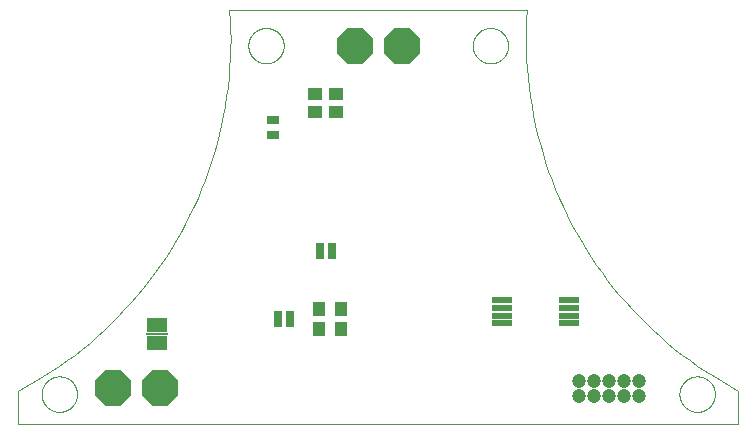
<source format=gbs>
G75*
%MOIN*%
%OFA0B0*%
%FSLAX25Y25*%
%IPPOS*%
%LPD*%
%AMOC8*
5,1,8,0,0,1.08239X$1,22.5*
%
%ADD10C,0.00000*%
%ADD11C,0.00039*%
%ADD12R,0.06581X0.02014*%
%ADD13C,0.04731*%
%ADD14R,0.04337X0.04731*%
%ADD15R,0.02900X0.05400*%
%ADD16R,0.06700X0.05000*%
%ADD17R,0.07200X0.00600*%
%ADD18OC8,0.12211*%
%ADD19R,0.04731X0.04337*%
%ADD20R,0.03943X0.03156*%
D10*
X0032750Y0016500D02*
X0032750Y0027524D01*
X0032750Y0016500D02*
X0272907Y0016500D01*
X0272907Y0027524D01*
X0272907Y0027523D02*
X0270093Y0029042D01*
X0267315Y0030628D01*
X0264577Y0032281D01*
X0261880Y0034000D01*
X0259225Y0035784D01*
X0256614Y0037631D01*
X0254048Y0039541D01*
X0251530Y0041513D01*
X0249060Y0043545D01*
X0246640Y0045636D01*
X0244271Y0047785D01*
X0241954Y0049991D01*
X0239692Y0052252D01*
X0237485Y0054567D01*
X0235335Y0056935D01*
X0233243Y0059354D01*
X0231210Y0061823D01*
X0229237Y0064341D01*
X0227326Y0066905D01*
X0225477Y0069515D01*
X0223692Y0072169D01*
X0221972Y0074866D01*
X0220318Y0077603D01*
X0218730Y0080380D01*
X0217210Y0083194D01*
X0215758Y0086044D01*
X0214376Y0088928D01*
X0213064Y0091845D01*
X0211823Y0094793D01*
X0210654Y0097770D01*
X0209557Y0100775D01*
X0208533Y0103805D01*
X0207582Y0106859D01*
X0206706Y0109935D01*
X0205905Y0113031D01*
X0205179Y0116146D01*
X0204528Y0119278D01*
X0203953Y0122424D01*
X0203455Y0125583D01*
X0203033Y0128754D01*
X0202688Y0131934D01*
X0202420Y0135121D01*
X0202229Y0138314D01*
X0202115Y0141510D01*
X0202079Y0144708D01*
X0202120Y0147906D01*
X0202239Y0151103D01*
X0202435Y0154295D01*
X0103222Y0154295D01*
X0103223Y0154295D02*
X0103419Y0151103D01*
X0103538Y0147906D01*
X0103579Y0144708D01*
X0103543Y0141510D01*
X0103429Y0138314D01*
X0103238Y0135121D01*
X0102970Y0131934D01*
X0102625Y0128754D01*
X0102203Y0125583D01*
X0101705Y0122424D01*
X0101130Y0119278D01*
X0100479Y0116146D01*
X0099753Y0113031D01*
X0098952Y0109935D01*
X0098076Y0106859D01*
X0097125Y0103805D01*
X0096101Y0100775D01*
X0095004Y0097770D01*
X0093835Y0094793D01*
X0092594Y0091845D01*
X0091282Y0088928D01*
X0089900Y0086044D01*
X0088448Y0083194D01*
X0086928Y0080380D01*
X0085340Y0077603D01*
X0083686Y0074866D01*
X0081966Y0072169D01*
X0080181Y0069515D01*
X0078332Y0066905D01*
X0076421Y0064341D01*
X0074448Y0061823D01*
X0072415Y0059354D01*
X0070323Y0056935D01*
X0068173Y0054567D01*
X0065966Y0052252D01*
X0063704Y0049991D01*
X0061387Y0047785D01*
X0059018Y0045636D01*
X0056598Y0043545D01*
X0054128Y0041513D01*
X0051610Y0039541D01*
X0049044Y0037631D01*
X0046433Y0035784D01*
X0043778Y0034000D01*
X0041081Y0032281D01*
X0038343Y0030628D01*
X0035565Y0029042D01*
X0032751Y0027523D01*
D11*
X0040624Y0026343D02*
X0040626Y0026496D01*
X0040632Y0026650D01*
X0040642Y0026803D01*
X0040656Y0026955D01*
X0040674Y0027108D01*
X0040696Y0027259D01*
X0040721Y0027410D01*
X0040751Y0027561D01*
X0040785Y0027711D01*
X0040822Y0027859D01*
X0040863Y0028007D01*
X0040908Y0028153D01*
X0040957Y0028299D01*
X0041010Y0028443D01*
X0041066Y0028585D01*
X0041126Y0028726D01*
X0041190Y0028866D01*
X0041257Y0029004D01*
X0041328Y0029140D01*
X0041403Y0029274D01*
X0041480Y0029406D01*
X0041562Y0029536D01*
X0041646Y0029664D01*
X0041734Y0029790D01*
X0041825Y0029913D01*
X0041919Y0030034D01*
X0042017Y0030152D01*
X0042117Y0030268D01*
X0042221Y0030381D01*
X0042327Y0030492D01*
X0042436Y0030600D01*
X0042548Y0030705D01*
X0042662Y0030806D01*
X0042780Y0030905D01*
X0042899Y0031001D01*
X0043021Y0031094D01*
X0043146Y0031183D01*
X0043273Y0031270D01*
X0043402Y0031352D01*
X0043533Y0031432D01*
X0043666Y0031508D01*
X0043801Y0031581D01*
X0043938Y0031650D01*
X0044077Y0031715D01*
X0044217Y0031777D01*
X0044359Y0031835D01*
X0044502Y0031890D01*
X0044647Y0031941D01*
X0044793Y0031988D01*
X0044940Y0032031D01*
X0045088Y0032070D01*
X0045237Y0032106D01*
X0045387Y0032137D01*
X0045538Y0032165D01*
X0045689Y0032189D01*
X0045842Y0032209D01*
X0045994Y0032225D01*
X0046147Y0032237D01*
X0046300Y0032245D01*
X0046453Y0032249D01*
X0046607Y0032249D01*
X0046760Y0032245D01*
X0046913Y0032237D01*
X0047066Y0032225D01*
X0047218Y0032209D01*
X0047371Y0032189D01*
X0047522Y0032165D01*
X0047673Y0032137D01*
X0047823Y0032106D01*
X0047972Y0032070D01*
X0048120Y0032031D01*
X0048267Y0031988D01*
X0048413Y0031941D01*
X0048558Y0031890D01*
X0048701Y0031835D01*
X0048843Y0031777D01*
X0048983Y0031715D01*
X0049122Y0031650D01*
X0049259Y0031581D01*
X0049394Y0031508D01*
X0049527Y0031432D01*
X0049658Y0031352D01*
X0049787Y0031270D01*
X0049914Y0031183D01*
X0050039Y0031094D01*
X0050161Y0031001D01*
X0050280Y0030905D01*
X0050398Y0030806D01*
X0050512Y0030705D01*
X0050624Y0030600D01*
X0050733Y0030492D01*
X0050839Y0030381D01*
X0050943Y0030268D01*
X0051043Y0030152D01*
X0051141Y0030034D01*
X0051235Y0029913D01*
X0051326Y0029790D01*
X0051414Y0029664D01*
X0051498Y0029536D01*
X0051580Y0029406D01*
X0051657Y0029274D01*
X0051732Y0029140D01*
X0051803Y0029004D01*
X0051870Y0028866D01*
X0051934Y0028726D01*
X0051994Y0028585D01*
X0052050Y0028443D01*
X0052103Y0028299D01*
X0052152Y0028153D01*
X0052197Y0028007D01*
X0052238Y0027859D01*
X0052275Y0027711D01*
X0052309Y0027561D01*
X0052339Y0027410D01*
X0052364Y0027259D01*
X0052386Y0027108D01*
X0052404Y0026955D01*
X0052418Y0026803D01*
X0052428Y0026650D01*
X0052434Y0026496D01*
X0052436Y0026343D01*
X0052434Y0026190D01*
X0052428Y0026036D01*
X0052418Y0025883D01*
X0052404Y0025731D01*
X0052386Y0025578D01*
X0052364Y0025427D01*
X0052339Y0025276D01*
X0052309Y0025125D01*
X0052275Y0024975D01*
X0052238Y0024827D01*
X0052197Y0024679D01*
X0052152Y0024533D01*
X0052103Y0024387D01*
X0052050Y0024243D01*
X0051994Y0024101D01*
X0051934Y0023960D01*
X0051870Y0023820D01*
X0051803Y0023682D01*
X0051732Y0023546D01*
X0051657Y0023412D01*
X0051580Y0023280D01*
X0051498Y0023150D01*
X0051414Y0023022D01*
X0051326Y0022896D01*
X0051235Y0022773D01*
X0051141Y0022652D01*
X0051043Y0022534D01*
X0050943Y0022418D01*
X0050839Y0022305D01*
X0050733Y0022194D01*
X0050624Y0022086D01*
X0050512Y0021981D01*
X0050398Y0021880D01*
X0050280Y0021781D01*
X0050161Y0021685D01*
X0050039Y0021592D01*
X0049914Y0021503D01*
X0049787Y0021416D01*
X0049658Y0021334D01*
X0049527Y0021254D01*
X0049394Y0021178D01*
X0049259Y0021105D01*
X0049122Y0021036D01*
X0048983Y0020971D01*
X0048843Y0020909D01*
X0048701Y0020851D01*
X0048558Y0020796D01*
X0048413Y0020745D01*
X0048267Y0020698D01*
X0048120Y0020655D01*
X0047972Y0020616D01*
X0047823Y0020580D01*
X0047673Y0020549D01*
X0047522Y0020521D01*
X0047371Y0020497D01*
X0047218Y0020477D01*
X0047066Y0020461D01*
X0046913Y0020449D01*
X0046760Y0020441D01*
X0046607Y0020437D01*
X0046453Y0020437D01*
X0046300Y0020441D01*
X0046147Y0020449D01*
X0045994Y0020461D01*
X0045842Y0020477D01*
X0045689Y0020497D01*
X0045538Y0020521D01*
X0045387Y0020549D01*
X0045237Y0020580D01*
X0045088Y0020616D01*
X0044940Y0020655D01*
X0044793Y0020698D01*
X0044647Y0020745D01*
X0044502Y0020796D01*
X0044359Y0020851D01*
X0044217Y0020909D01*
X0044077Y0020971D01*
X0043938Y0021036D01*
X0043801Y0021105D01*
X0043666Y0021178D01*
X0043533Y0021254D01*
X0043402Y0021334D01*
X0043273Y0021416D01*
X0043146Y0021503D01*
X0043021Y0021592D01*
X0042899Y0021685D01*
X0042780Y0021781D01*
X0042662Y0021880D01*
X0042548Y0021981D01*
X0042436Y0022086D01*
X0042327Y0022194D01*
X0042221Y0022305D01*
X0042117Y0022418D01*
X0042017Y0022534D01*
X0041919Y0022652D01*
X0041825Y0022773D01*
X0041734Y0022896D01*
X0041646Y0023022D01*
X0041562Y0023150D01*
X0041480Y0023280D01*
X0041403Y0023412D01*
X0041328Y0023546D01*
X0041257Y0023682D01*
X0041190Y0023820D01*
X0041126Y0023960D01*
X0041066Y0024101D01*
X0041010Y0024243D01*
X0040957Y0024387D01*
X0040908Y0024533D01*
X0040863Y0024679D01*
X0040822Y0024827D01*
X0040785Y0024975D01*
X0040751Y0025125D01*
X0040721Y0025276D01*
X0040696Y0025427D01*
X0040674Y0025578D01*
X0040656Y0025731D01*
X0040642Y0025883D01*
X0040632Y0026036D01*
X0040626Y0026190D01*
X0040624Y0026343D01*
X0109521Y0142484D02*
X0109523Y0142637D01*
X0109529Y0142791D01*
X0109539Y0142944D01*
X0109553Y0143096D01*
X0109571Y0143249D01*
X0109593Y0143400D01*
X0109618Y0143551D01*
X0109648Y0143702D01*
X0109682Y0143852D01*
X0109719Y0144000D01*
X0109760Y0144148D01*
X0109805Y0144294D01*
X0109854Y0144440D01*
X0109907Y0144584D01*
X0109963Y0144726D01*
X0110023Y0144867D01*
X0110087Y0145007D01*
X0110154Y0145145D01*
X0110225Y0145281D01*
X0110300Y0145415D01*
X0110377Y0145547D01*
X0110459Y0145677D01*
X0110543Y0145805D01*
X0110631Y0145931D01*
X0110722Y0146054D01*
X0110816Y0146175D01*
X0110914Y0146293D01*
X0111014Y0146409D01*
X0111118Y0146522D01*
X0111224Y0146633D01*
X0111333Y0146741D01*
X0111445Y0146846D01*
X0111559Y0146947D01*
X0111677Y0147046D01*
X0111796Y0147142D01*
X0111918Y0147235D01*
X0112043Y0147324D01*
X0112170Y0147411D01*
X0112299Y0147493D01*
X0112430Y0147573D01*
X0112563Y0147649D01*
X0112698Y0147722D01*
X0112835Y0147791D01*
X0112974Y0147856D01*
X0113114Y0147918D01*
X0113256Y0147976D01*
X0113399Y0148031D01*
X0113544Y0148082D01*
X0113690Y0148129D01*
X0113837Y0148172D01*
X0113985Y0148211D01*
X0114134Y0148247D01*
X0114284Y0148278D01*
X0114435Y0148306D01*
X0114586Y0148330D01*
X0114739Y0148350D01*
X0114891Y0148366D01*
X0115044Y0148378D01*
X0115197Y0148386D01*
X0115350Y0148390D01*
X0115504Y0148390D01*
X0115657Y0148386D01*
X0115810Y0148378D01*
X0115963Y0148366D01*
X0116115Y0148350D01*
X0116268Y0148330D01*
X0116419Y0148306D01*
X0116570Y0148278D01*
X0116720Y0148247D01*
X0116869Y0148211D01*
X0117017Y0148172D01*
X0117164Y0148129D01*
X0117310Y0148082D01*
X0117455Y0148031D01*
X0117598Y0147976D01*
X0117740Y0147918D01*
X0117880Y0147856D01*
X0118019Y0147791D01*
X0118156Y0147722D01*
X0118291Y0147649D01*
X0118424Y0147573D01*
X0118555Y0147493D01*
X0118684Y0147411D01*
X0118811Y0147324D01*
X0118936Y0147235D01*
X0119058Y0147142D01*
X0119177Y0147046D01*
X0119295Y0146947D01*
X0119409Y0146846D01*
X0119521Y0146741D01*
X0119630Y0146633D01*
X0119736Y0146522D01*
X0119840Y0146409D01*
X0119940Y0146293D01*
X0120038Y0146175D01*
X0120132Y0146054D01*
X0120223Y0145931D01*
X0120311Y0145805D01*
X0120395Y0145677D01*
X0120477Y0145547D01*
X0120554Y0145415D01*
X0120629Y0145281D01*
X0120700Y0145145D01*
X0120767Y0145007D01*
X0120831Y0144867D01*
X0120891Y0144726D01*
X0120947Y0144584D01*
X0121000Y0144440D01*
X0121049Y0144294D01*
X0121094Y0144148D01*
X0121135Y0144000D01*
X0121172Y0143852D01*
X0121206Y0143702D01*
X0121236Y0143551D01*
X0121261Y0143400D01*
X0121283Y0143249D01*
X0121301Y0143096D01*
X0121315Y0142944D01*
X0121325Y0142791D01*
X0121331Y0142637D01*
X0121333Y0142484D01*
X0121331Y0142331D01*
X0121325Y0142177D01*
X0121315Y0142024D01*
X0121301Y0141872D01*
X0121283Y0141719D01*
X0121261Y0141568D01*
X0121236Y0141417D01*
X0121206Y0141266D01*
X0121172Y0141116D01*
X0121135Y0140968D01*
X0121094Y0140820D01*
X0121049Y0140674D01*
X0121000Y0140528D01*
X0120947Y0140384D01*
X0120891Y0140242D01*
X0120831Y0140101D01*
X0120767Y0139961D01*
X0120700Y0139823D01*
X0120629Y0139687D01*
X0120554Y0139553D01*
X0120477Y0139421D01*
X0120395Y0139291D01*
X0120311Y0139163D01*
X0120223Y0139037D01*
X0120132Y0138914D01*
X0120038Y0138793D01*
X0119940Y0138675D01*
X0119840Y0138559D01*
X0119736Y0138446D01*
X0119630Y0138335D01*
X0119521Y0138227D01*
X0119409Y0138122D01*
X0119295Y0138021D01*
X0119177Y0137922D01*
X0119058Y0137826D01*
X0118936Y0137733D01*
X0118811Y0137644D01*
X0118684Y0137557D01*
X0118555Y0137475D01*
X0118424Y0137395D01*
X0118291Y0137319D01*
X0118156Y0137246D01*
X0118019Y0137177D01*
X0117880Y0137112D01*
X0117740Y0137050D01*
X0117598Y0136992D01*
X0117455Y0136937D01*
X0117310Y0136886D01*
X0117164Y0136839D01*
X0117017Y0136796D01*
X0116869Y0136757D01*
X0116720Y0136721D01*
X0116570Y0136690D01*
X0116419Y0136662D01*
X0116268Y0136638D01*
X0116115Y0136618D01*
X0115963Y0136602D01*
X0115810Y0136590D01*
X0115657Y0136582D01*
X0115504Y0136578D01*
X0115350Y0136578D01*
X0115197Y0136582D01*
X0115044Y0136590D01*
X0114891Y0136602D01*
X0114739Y0136618D01*
X0114586Y0136638D01*
X0114435Y0136662D01*
X0114284Y0136690D01*
X0114134Y0136721D01*
X0113985Y0136757D01*
X0113837Y0136796D01*
X0113690Y0136839D01*
X0113544Y0136886D01*
X0113399Y0136937D01*
X0113256Y0136992D01*
X0113114Y0137050D01*
X0112974Y0137112D01*
X0112835Y0137177D01*
X0112698Y0137246D01*
X0112563Y0137319D01*
X0112430Y0137395D01*
X0112299Y0137475D01*
X0112170Y0137557D01*
X0112043Y0137644D01*
X0111918Y0137733D01*
X0111796Y0137826D01*
X0111677Y0137922D01*
X0111559Y0138021D01*
X0111445Y0138122D01*
X0111333Y0138227D01*
X0111224Y0138335D01*
X0111118Y0138446D01*
X0111014Y0138559D01*
X0110914Y0138675D01*
X0110816Y0138793D01*
X0110722Y0138914D01*
X0110631Y0139037D01*
X0110543Y0139163D01*
X0110459Y0139291D01*
X0110377Y0139421D01*
X0110300Y0139553D01*
X0110225Y0139687D01*
X0110154Y0139823D01*
X0110087Y0139961D01*
X0110023Y0140101D01*
X0109963Y0140242D01*
X0109907Y0140384D01*
X0109854Y0140528D01*
X0109805Y0140674D01*
X0109760Y0140820D01*
X0109719Y0140968D01*
X0109682Y0141116D01*
X0109648Y0141266D01*
X0109618Y0141417D01*
X0109593Y0141568D01*
X0109571Y0141719D01*
X0109553Y0141872D01*
X0109539Y0142024D01*
X0109529Y0142177D01*
X0109523Y0142331D01*
X0109521Y0142484D01*
X0184324Y0142484D02*
X0184326Y0142637D01*
X0184332Y0142791D01*
X0184342Y0142944D01*
X0184356Y0143096D01*
X0184374Y0143249D01*
X0184396Y0143400D01*
X0184421Y0143551D01*
X0184451Y0143702D01*
X0184485Y0143852D01*
X0184522Y0144000D01*
X0184563Y0144148D01*
X0184608Y0144294D01*
X0184657Y0144440D01*
X0184710Y0144584D01*
X0184766Y0144726D01*
X0184826Y0144867D01*
X0184890Y0145007D01*
X0184957Y0145145D01*
X0185028Y0145281D01*
X0185103Y0145415D01*
X0185180Y0145547D01*
X0185262Y0145677D01*
X0185346Y0145805D01*
X0185434Y0145931D01*
X0185525Y0146054D01*
X0185619Y0146175D01*
X0185717Y0146293D01*
X0185817Y0146409D01*
X0185921Y0146522D01*
X0186027Y0146633D01*
X0186136Y0146741D01*
X0186248Y0146846D01*
X0186362Y0146947D01*
X0186480Y0147046D01*
X0186599Y0147142D01*
X0186721Y0147235D01*
X0186846Y0147324D01*
X0186973Y0147411D01*
X0187102Y0147493D01*
X0187233Y0147573D01*
X0187366Y0147649D01*
X0187501Y0147722D01*
X0187638Y0147791D01*
X0187777Y0147856D01*
X0187917Y0147918D01*
X0188059Y0147976D01*
X0188202Y0148031D01*
X0188347Y0148082D01*
X0188493Y0148129D01*
X0188640Y0148172D01*
X0188788Y0148211D01*
X0188937Y0148247D01*
X0189087Y0148278D01*
X0189238Y0148306D01*
X0189389Y0148330D01*
X0189542Y0148350D01*
X0189694Y0148366D01*
X0189847Y0148378D01*
X0190000Y0148386D01*
X0190153Y0148390D01*
X0190307Y0148390D01*
X0190460Y0148386D01*
X0190613Y0148378D01*
X0190766Y0148366D01*
X0190918Y0148350D01*
X0191071Y0148330D01*
X0191222Y0148306D01*
X0191373Y0148278D01*
X0191523Y0148247D01*
X0191672Y0148211D01*
X0191820Y0148172D01*
X0191967Y0148129D01*
X0192113Y0148082D01*
X0192258Y0148031D01*
X0192401Y0147976D01*
X0192543Y0147918D01*
X0192683Y0147856D01*
X0192822Y0147791D01*
X0192959Y0147722D01*
X0193094Y0147649D01*
X0193227Y0147573D01*
X0193358Y0147493D01*
X0193487Y0147411D01*
X0193614Y0147324D01*
X0193739Y0147235D01*
X0193861Y0147142D01*
X0193980Y0147046D01*
X0194098Y0146947D01*
X0194212Y0146846D01*
X0194324Y0146741D01*
X0194433Y0146633D01*
X0194539Y0146522D01*
X0194643Y0146409D01*
X0194743Y0146293D01*
X0194841Y0146175D01*
X0194935Y0146054D01*
X0195026Y0145931D01*
X0195114Y0145805D01*
X0195198Y0145677D01*
X0195280Y0145547D01*
X0195357Y0145415D01*
X0195432Y0145281D01*
X0195503Y0145145D01*
X0195570Y0145007D01*
X0195634Y0144867D01*
X0195694Y0144726D01*
X0195750Y0144584D01*
X0195803Y0144440D01*
X0195852Y0144294D01*
X0195897Y0144148D01*
X0195938Y0144000D01*
X0195975Y0143852D01*
X0196009Y0143702D01*
X0196039Y0143551D01*
X0196064Y0143400D01*
X0196086Y0143249D01*
X0196104Y0143096D01*
X0196118Y0142944D01*
X0196128Y0142791D01*
X0196134Y0142637D01*
X0196136Y0142484D01*
X0196134Y0142331D01*
X0196128Y0142177D01*
X0196118Y0142024D01*
X0196104Y0141872D01*
X0196086Y0141719D01*
X0196064Y0141568D01*
X0196039Y0141417D01*
X0196009Y0141266D01*
X0195975Y0141116D01*
X0195938Y0140968D01*
X0195897Y0140820D01*
X0195852Y0140674D01*
X0195803Y0140528D01*
X0195750Y0140384D01*
X0195694Y0140242D01*
X0195634Y0140101D01*
X0195570Y0139961D01*
X0195503Y0139823D01*
X0195432Y0139687D01*
X0195357Y0139553D01*
X0195280Y0139421D01*
X0195198Y0139291D01*
X0195114Y0139163D01*
X0195026Y0139037D01*
X0194935Y0138914D01*
X0194841Y0138793D01*
X0194743Y0138675D01*
X0194643Y0138559D01*
X0194539Y0138446D01*
X0194433Y0138335D01*
X0194324Y0138227D01*
X0194212Y0138122D01*
X0194098Y0138021D01*
X0193980Y0137922D01*
X0193861Y0137826D01*
X0193739Y0137733D01*
X0193614Y0137644D01*
X0193487Y0137557D01*
X0193358Y0137475D01*
X0193227Y0137395D01*
X0193094Y0137319D01*
X0192959Y0137246D01*
X0192822Y0137177D01*
X0192683Y0137112D01*
X0192543Y0137050D01*
X0192401Y0136992D01*
X0192258Y0136937D01*
X0192113Y0136886D01*
X0191967Y0136839D01*
X0191820Y0136796D01*
X0191672Y0136757D01*
X0191523Y0136721D01*
X0191373Y0136690D01*
X0191222Y0136662D01*
X0191071Y0136638D01*
X0190918Y0136618D01*
X0190766Y0136602D01*
X0190613Y0136590D01*
X0190460Y0136582D01*
X0190307Y0136578D01*
X0190153Y0136578D01*
X0190000Y0136582D01*
X0189847Y0136590D01*
X0189694Y0136602D01*
X0189542Y0136618D01*
X0189389Y0136638D01*
X0189238Y0136662D01*
X0189087Y0136690D01*
X0188937Y0136721D01*
X0188788Y0136757D01*
X0188640Y0136796D01*
X0188493Y0136839D01*
X0188347Y0136886D01*
X0188202Y0136937D01*
X0188059Y0136992D01*
X0187917Y0137050D01*
X0187777Y0137112D01*
X0187638Y0137177D01*
X0187501Y0137246D01*
X0187366Y0137319D01*
X0187233Y0137395D01*
X0187102Y0137475D01*
X0186973Y0137557D01*
X0186846Y0137644D01*
X0186721Y0137733D01*
X0186599Y0137826D01*
X0186480Y0137922D01*
X0186362Y0138021D01*
X0186248Y0138122D01*
X0186136Y0138227D01*
X0186027Y0138335D01*
X0185921Y0138446D01*
X0185817Y0138559D01*
X0185717Y0138675D01*
X0185619Y0138793D01*
X0185525Y0138914D01*
X0185434Y0139037D01*
X0185346Y0139163D01*
X0185262Y0139291D01*
X0185180Y0139421D01*
X0185103Y0139553D01*
X0185028Y0139687D01*
X0184957Y0139823D01*
X0184890Y0139961D01*
X0184826Y0140101D01*
X0184766Y0140242D01*
X0184710Y0140384D01*
X0184657Y0140528D01*
X0184608Y0140674D01*
X0184563Y0140820D01*
X0184522Y0140968D01*
X0184485Y0141116D01*
X0184451Y0141266D01*
X0184421Y0141417D01*
X0184396Y0141568D01*
X0184374Y0141719D01*
X0184356Y0141872D01*
X0184342Y0142024D01*
X0184332Y0142177D01*
X0184326Y0142331D01*
X0184324Y0142484D01*
X0253222Y0026343D02*
X0253224Y0026496D01*
X0253230Y0026650D01*
X0253240Y0026803D01*
X0253254Y0026955D01*
X0253272Y0027108D01*
X0253294Y0027259D01*
X0253319Y0027410D01*
X0253349Y0027561D01*
X0253383Y0027711D01*
X0253420Y0027859D01*
X0253461Y0028007D01*
X0253506Y0028153D01*
X0253555Y0028299D01*
X0253608Y0028443D01*
X0253664Y0028585D01*
X0253724Y0028726D01*
X0253788Y0028866D01*
X0253855Y0029004D01*
X0253926Y0029140D01*
X0254001Y0029274D01*
X0254078Y0029406D01*
X0254160Y0029536D01*
X0254244Y0029664D01*
X0254332Y0029790D01*
X0254423Y0029913D01*
X0254517Y0030034D01*
X0254615Y0030152D01*
X0254715Y0030268D01*
X0254819Y0030381D01*
X0254925Y0030492D01*
X0255034Y0030600D01*
X0255146Y0030705D01*
X0255260Y0030806D01*
X0255378Y0030905D01*
X0255497Y0031001D01*
X0255619Y0031094D01*
X0255744Y0031183D01*
X0255871Y0031270D01*
X0256000Y0031352D01*
X0256131Y0031432D01*
X0256264Y0031508D01*
X0256399Y0031581D01*
X0256536Y0031650D01*
X0256675Y0031715D01*
X0256815Y0031777D01*
X0256957Y0031835D01*
X0257100Y0031890D01*
X0257245Y0031941D01*
X0257391Y0031988D01*
X0257538Y0032031D01*
X0257686Y0032070D01*
X0257835Y0032106D01*
X0257985Y0032137D01*
X0258136Y0032165D01*
X0258287Y0032189D01*
X0258440Y0032209D01*
X0258592Y0032225D01*
X0258745Y0032237D01*
X0258898Y0032245D01*
X0259051Y0032249D01*
X0259205Y0032249D01*
X0259358Y0032245D01*
X0259511Y0032237D01*
X0259664Y0032225D01*
X0259816Y0032209D01*
X0259969Y0032189D01*
X0260120Y0032165D01*
X0260271Y0032137D01*
X0260421Y0032106D01*
X0260570Y0032070D01*
X0260718Y0032031D01*
X0260865Y0031988D01*
X0261011Y0031941D01*
X0261156Y0031890D01*
X0261299Y0031835D01*
X0261441Y0031777D01*
X0261581Y0031715D01*
X0261720Y0031650D01*
X0261857Y0031581D01*
X0261992Y0031508D01*
X0262125Y0031432D01*
X0262256Y0031352D01*
X0262385Y0031270D01*
X0262512Y0031183D01*
X0262637Y0031094D01*
X0262759Y0031001D01*
X0262878Y0030905D01*
X0262996Y0030806D01*
X0263110Y0030705D01*
X0263222Y0030600D01*
X0263331Y0030492D01*
X0263437Y0030381D01*
X0263541Y0030268D01*
X0263641Y0030152D01*
X0263739Y0030034D01*
X0263833Y0029913D01*
X0263924Y0029790D01*
X0264012Y0029664D01*
X0264096Y0029536D01*
X0264178Y0029406D01*
X0264255Y0029274D01*
X0264330Y0029140D01*
X0264401Y0029004D01*
X0264468Y0028866D01*
X0264532Y0028726D01*
X0264592Y0028585D01*
X0264648Y0028443D01*
X0264701Y0028299D01*
X0264750Y0028153D01*
X0264795Y0028007D01*
X0264836Y0027859D01*
X0264873Y0027711D01*
X0264907Y0027561D01*
X0264937Y0027410D01*
X0264962Y0027259D01*
X0264984Y0027108D01*
X0265002Y0026955D01*
X0265016Y0026803D01*
X0265026Y0026650D01*
X0265032Y0026496D01*
X0265034Y0026343D01*
X0265032Y0026190D01*
X0265026Y0026036D01*
X0265016Y0025883D01*
X0265002Y0025731D01*
X0264984Y0025578D01*
X0264962Y0025427D01*
X0264937Y0025276D01*
X0264907Y0025125D01*
X0264873Y0024975D01*
X0264836Y0024827D01*
X0264795Y0024679D01*
X0264750Y0024533D01*
X0264701Y0024387D01*
X0264648Y0024243D01*
X0264592Y0024101D01*
X0264532Y0023960D01*
X0264468Y0023820D01*
X0264401Y0023682D01*
X0264330Y0023546D01*
X0264255Y0023412D01*
X0264178Y0023280D01*
X0264096Y0023150D01*
X0264012Y0023022D01*
X0263924Y0022896D01*
X0263833Y0022773D01*
X0263739Y0022652D01*
X0263641Y0022534D01*
X0263541Y0022418D01*
X0263437Y0022305D01*
X0263331Y0022194D01*
X0263222Y0022086D01*
X0263110Y0021981D01*
X0262996Y0021880D01*
X0262878Y0021781D01*
X0262759Y0021685D01*
X0262637Y0021592D01*
X0262512Y0021503D01*
X0262385Y0021416D01*
X0262256Y0021334D01*
X0262125Y0021254D01*
X0261992Y0021178D01*
X0261857Y0021105D01*
X0261720Y0021036D01*
X0261581Y0020971D01*
X0261441Y0020909D01*
X0261299Y0020851D01*
X0261156Y0020796D01*
X0261011Y0020745D01*
X0260865Y0020698D01*
X0260718Y0020655D01*
X0260570Y0020616D01*
X0260421Y0020580D01*
X0260271Y0020549D01*
X0260120Y0020521D01*
X0259969Y0020497D01*
X0259816Y0020477D01*
X0259664Y0020461D01*
X0259511Y0020449D01*
X0259358Y0020441D01*
X0259205Y0020437D01*
X0259051Y0020437D01*
X0258898Y0020441D01*
X0258745Y0020449D01*
X0258592Y0020461D01*
X0258440Y0020477D01*
X0258287Y0020497D01*
X0258136Y0020521D01*
X0257985Y0020549D01*
X0257835Y0020580D01*
X0257686Y0020616D01*
X0257538Y0020655D01*
X0257391Y0020698D01*
X0257245Y0020745D01*
X0257100Y0020796D01*
X0256957Y0020851D01*
X0256815Y0020909D01*
X0256675Y0020971D01*
X0256536Y0021036D01*
X0256399Y0021105D01*
X0256264Y0021178D01*
X0256131Y0021254D01*
X0256000Y0021334D01*
X0255871Y0021416D01*
X0255744Y0021503D01*
X0255619Y0021592D01*
X0255497Y0021685D01*
X0255378Y0021781D01*
X0255260Y0021880D01*
X0255146Y0021981D01*
X0255034Y0022086D01*
X0254925Y0022194D01*
X0254819Y0022305D01*
X0254715Y0022418D01*
X0254615Y0022534D01*
X0254517Y0022652D01*
X0254423Y0022773D01*
X0254332Y0022896D01*
X0254244Y0023022D01*
X0254160Y0023150D01*
X0254078Y0023280D01*
X0254001Y0023412D01*
X0253926Y0023546D01*
X0253855Y0023682D01*
X0253788Y0023820D01*
X0253724Y0023960D01*
X0253664Y0024101D01*
X0253608Y0024243D01*
X0253555Y0024387D01*
X0253506Y0024533D01*
X0253461Y0024679D01*
X0253420Y0024827D01*
X0253383Y0024975D01*
X0253349Y0025125D01*
X0253319Y0025276D01*
X0253294Y0025427D01*
X0253272Y0025578D01*
X0253254Y0025731D01*
X0253240Y0025883D01*
X0253230Y0026036D01*
X0253224Y0026190D01*
X0253222Y0026343D01*
D12*
X0216520Y0049886D03*
X0216520Y0052445D03*
X0216520Y0055004D03*
X0216520Y0057563D03*
X0193921Y0057563D03*
X0193921Y0055004D03*
X0193921Y0052445D03*
X0193921Y0049886D03*
D13*
X0219600Y0030811D03*
X0224600Y0030811D03*
X0229600Y0030811D03*
X0234600Y0030811D03*
X0239600Y0030811D03*
X0239600Y0025811D03*
X0234600Y0025811D03*
X0229600Y0025811D03*
X0224600Y0025811D03*
X0219600Y0025811D03*
D14*
X0140250Y0048154D03*
X0133026Y0048124D03*
X0133026Y0054817D03*
X0140250Y0054846D03*
D15*
X0123500Y0051500D03*
X0119500Y0051500D03*
X0133250Y0074000D03*
X0137250Y0074000D03*
D16*
X0079000Y0049500D03*
X0079000Y0043500D03*
D17*
X0079000Y0046500D03*
D18*
X0079994Y0028311D03*
X0064246Y0028311D03*
X0144955Y0142484D03*
X0160703Y0142484D03*
D19*
X0138596Y0126500D03*
X0131904Y0126500D03*
X0131904Y0120250D03*
X0138596Y0120250D03*
D20*
X0117750Y0117809D03*
X0117750Y0112691D03*
M02*

</source>
